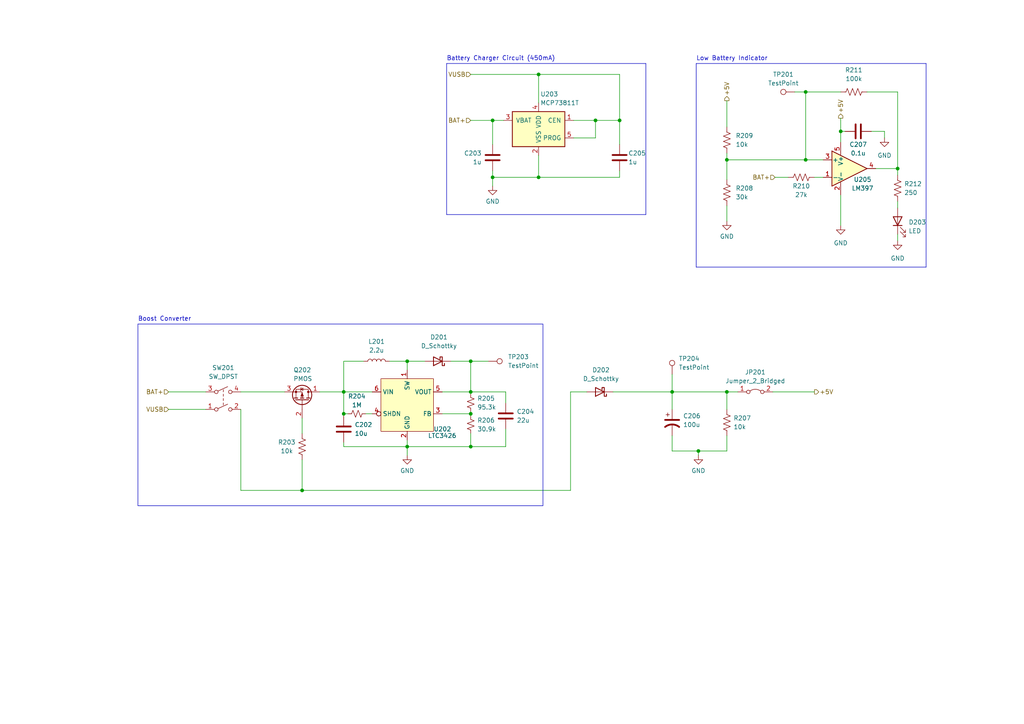
<source format=kicad_sch>
(kicad_sch (version 20230121) (generator eeschema)
  (paper "A4")
  (title_block (title "G.A.I.N.S. PSU") (date "2024-01-30") (rev "0.3") (company "Purdue University") (comment 1 "Team 19") (comment 2 "Owner: Cameron"))
  (lib_symbols
    (symbol "Battery_Management:MCP73811T-420I-OT" (pin_names (offset 1.016))
      (property "Reference" "U" (at -6.35 6.35 0))
      (property "Value" "MCP73811T-420I-OT" (at 1.27 6.35 0))
      (symbol "MCP73811T-420I-OT_0_1"
        (rectangle (start -7.62 5.08) (end 7.62 -5.08) (stroke (width 0.254)) (fill (type background)))
      )
      (symbol "MCP73811T-420I-OT_1_1"
        (pin input line (at -10.16 2.54 0) (length 2.54) (name "CEN") (number "1"))
        (pin power_in line (at 0 -7.62 90) (length 2.54) (name "VSS") (number "2"))
        (pin power_out line (at 10.16 2.54 180) (length 2.54) (name "VBAT") (number "3"))
        (pin power_in line (at 0 7.62 270) (length 2.54) (name "VDD") (number "4"))
        (pin input line (at -10.16 -2.54 0) (length 2.54) (name "PROG") (number "5"))
      )
    )
    (symbol "Comparator:LM397" (pin_names (offset 0.127))
      (property "Reference" "U" (at 1.27 5.08 0))
      (property "Value" "LM397" (at 3.81 -5.08 0))
      (symbol "LM397_0_1"
        (polyline (pts (xy -5.08 5.08) (xy 5.08 0) (xy -5.08 -5.08) (xy -5.08 5.08)) (stroke (width 0.254)) (fill (type background)))
      )
      (symbol "LM397_1_1"
        (pin input line (at -7.62 -2.54 0) (length 2.54) (name "-") (number "1"))
        (pin power_in line (at -2.54 -7.62 90) (length 3.81) (name "V-") (number "2"))
        (pin input line (at -7.62 2.54 0) (length 2.54) (name "+") (number "3"))
        (pin open_collector line (at 7.62 0 180) (length 2.54) (name "~") (number "4"))
        (pin power_in line (at -2.54 7.62 270) (length 3.81) (name "V+") (number "5"))
      )
    )
    (symbol "Connector:TestPoint" (pin_numbers hide) (pin_names (offset 0.762) hide)
      (property "Reference" "TP" (at 0 6.858 0))
      (property "Value" "TestPoint" (at 0 5.08 0))
      (symbol "TestPoint_0_1"
        (circle (center 0 3.302) (radius 0.762))
      )
      (symbol "TestPoint_1_1"
        (pin passive line (at 0 0 90) (length 2.54) (name "1") (number "1"))
      )
    )
    (symbol "Device:C" (pin_numbers hide) (pin_names (offset 0.254))
      (property "Reference" "C" (at 0.635 2.54 0))
      (property "Value" "C" (at 0.635 -2.54 0))
      (symbol "C_0_1"
        (polyline (pts (xy -2.032 -0.762) (xy 2.032 -0.762)) (stroke (width 0.508)))
        (polyline (pts (xy -2.032 0.762) (xy 2.032 0.762)) (stroke (width 0.508)))
      )
      (symbol "C_1_1"
        (pin passive line (at 0 3.81 270) (length 2.794) (name "~") (number "1"))
        (pin passive line (at 0 -3.81 90) (length 2.794) (name "~") (number "2"))
      )
    )
    (symbol "Device:C_Polarized_US" (pin_numbers hide) (pin_names (offset 0.254) hide)
      (property "Reference" "C" (at 0.635 2.54 0))
      (property "Value" "C_Polarized_US" (at 0.635 -2.54 0))
      (symbol "C_Polarized_US_0_1"
        (polyline (pts (xy -2.032 0.762) (xy 2.032 0.762)) (stroke (width 0.508)))
        (polyline (pts (xy -1.778 2.286) (xy -0.762 2.286)))
        (polyline (pts (xy -1.27 1.778) (xy -1.27 2.794)))
        (arc (start 2.032 -1.27) (mid 0 -0.5572) (end -2.032 -1.27) (stroke (width 0.508)))
      )
      (symbol "C_Polarized_US_1_1"
        (pin passive line (at 0 3.81 270) (length 2.794) (name "~") (number "1"))
        (pin passive line (at 0 -3.81 90) (length 3.302) (name "~") (number "2"))
      )
    )
    (symbol "Device:D_Schottky" (pin_numbers hide) (pin_names (offset 1.016) hide)
      (property "Reference" "D" (at 0 2.54 0))
      (property "Value" "D_Schottky" (at 0 -2.54 0))
      (symbol "D_Schottky_0_1"
        (polyline (pts (xy 1.27 0) (xy -1.27 0)))
        (polyline (pts (xy 1.27 1.27) (xy 1.27 -1.27) (xy -1.27 0) (xy 1.27 1.27)) (stroke (width 0.254)))
        (polyline (pts (xy -1.905 0.635) (xy -1.905 1.27) (xy -1.27 1.27) (xy -1.27 -1.27) (xy -0.635 -1.27) (xy -0.635 -0.635)) (stroke (width 0.254)))
      )
      (symbol "D_Schottky_1_1"
        (pin passive line (at -3.81 0 0) (length 2.54) (name "K") (number "1"))
        (pin passive line (at 3.81 0 180) (length 2.54) (name "A") (number "2"))
      )
    )
    (symbol "Device:L" (pin_numbers hide) (pin_names (offset 1.016) hide)
      (property "Reference" "L" (at -1.27 0 90))
      (property "Value" "L" (at 1.905 0 90))
      (symbol "L_0_1"
        (arc (start 0 -2.54) (mid 0.6323 -1.905) (end 0 -1.27))
        (arc (start 0 -1.27) (mid 0.6323 -0.635) (end 0 0))
        (arc (start 0 0) (mid 0.6323 0.635) (end 0 1.27))
        (arc (start 0 1.27) (mid 0.6323 1.905) (end 0 2.54))
      )
      (symbol "L_1_1"
        (pin passive line (at 0 3.81 270) (length 1.27) (name "1") (number "1"))
        (pin passive line (at 0 -3.81 90) (length 1.27) (name "2") (number "2"))
      )
    )
    (symbol "Device:LED" (pin_numbers hide) (pin_names (offset 1.016) hide)
      (property "Reference" "D" (at 0 2.54 0))
      (property "Value" "LED" (at 0 -2.54 0))
      (symbol "LED_0_1"
        (polyline (pts (xy -1.27 -1.27) (xy -1.27 1.27)) (stroke (width 0.254)))
        (polyline (pts (xy -1.27 0) (xy 1.27 0)))
        (polyline (pts (xy 1.27 -1.27) (xy 1.27 1.27) (xy -1.27 0) (xy 1.27 -1.27)) (stroke (width 0.254)))
        (polyline (pts (xy -3.048 -0.762) (xy -4.572 -2.286) (xy -3.81 -2.286) (xy -4.572 -2.286) (xy -4.572 -1.524)))
        (polyline (pts (xy -1.778 -0.762) (xy -3.302 -2.286) (xy -2.54 -2.286) (xy -3.302 -2.286) (xy -3.302 -1.524)))
      )
      (symbol "LED_1_1"
        (pin passive line (at -3.81 0 0) (length 2.54) (name "K") (number "1"))
        (pin passive line (at 3.81 0 180) (length 2.54) (name "A") (number "2"))
      )
    )
    (symbol "Device:Q_PMOS_DGS" (pin_names (offset 0) hide)
      (property "Reference" "Q" (at 5.08 1.27 0))
      (property "Value" "Q_PMOS_DGS" (at 5.08 -1.27 0))
      (symbol "Q_PMOS_DGS_0_1"
        (polyline (pts (xy 0.254 0) (xy -2.54 0)))
        (polyline (pts (xy 0.254 1.905) (xy 0.254 -1.905)) (stroke (width 0.254)))
        (polyline (pts (xy 0.762 -1.27) (xy 0.762 -2.286)) (stroke (width 0.254)))
        (polyline (pts (xy 0.762 0.508) (xy 0.762 -0.508)) (stroke (width 0.254)))
        (polyline (pts (xy 0.762 2.286) (xy 0.762 1.27)) (stroke (width 0.254)))
        (polyline (pts (xy 2.54 2.54) (xy 2.54 1.778)))
        (polyline (pts (xy 2.54 -2.54) (xy 2.54 0) (xy 0.762 0)))
        (polyline (pts (xy 0.762 1.778) (xy 3.302 1.778) (xy 3.302 -1.778) (xy 0.762 -1.778)))
        (polyline (pts (xy 2.286 0) (xy 1.27 0.381) (xy 1.27 -0.381) (xy 2.286 0)) (fill (type outline)))
        (polyline (pts (xy 2.794 -0.508) (xy 2.921 -0.381) (xy 3.683 -0.381) (xy 3.81 -0.254)))
        (polyline (pts (xy 3.302 -0.381) (xy 2.921 0.254) (xy 3.683 0.254) (xy 3.302 -0.381)))
        (circle (center 1.651 0) (radius 2.794) (stroke (width 0.254)))
        (circle (center 2.54 -1.778) (radius 0.254) (fill (type outline)))
        (circle (center 2.54 1.778) (radius 0.254) (fill (type outline)))
      )
      (symbol "Q_PMOS_DGS_1_1"
        (pin passive line (at 2.54 5.08 270) (length 2.54) (name "D") (number "1"))
        (pin input line (at -5.08 0 0) (length 2.54) (name "G") (number "2"))
        (pin passive line (at 2.54 -5.08 90) (length 2.54) (name "S") (number "3"))
      )
    )
    (symbol "Device:R_Small_US" (pin_numbers hide) (pin_names (offset 0.254) hide)
      (property "Reference" "R" (at 0.762 0.508 0))
      (property "Value" "R_Small_US" (at 0.762 -1.016 0))
      (symbol "R_Small_US_1_1"
        (polyline (pts (xy 0 0) (xy 1.016 -0.381) (xy 0 -0.762) (xy -1.016 -1.143) (xy 0 -1.524)))
        (polyline (pts (xy 0 1.524) (xy 1.016 1.143) (xy 0 0.762) (xy -1.016 0.381) (xy 0 0)))
        (pin passive line (at 0 2.54 270) (length 1.016) (name "~") (number "1"))
        (pin passive line (at 0 -2.54 90) (length 1.016) (name "~") (number "2"))
      )
    )
    (symbol "Device:R_US" (pin_numbers hide) (pin_names (offset 0))
      (property "Reference" "R" (at 2.54 0 90))
      (property "Value" "R_US" (at -2.54 0 90))
      (symbol "R_US_0_1"
        (polyline (pts (xy 0 -2.286) (xy 0 -2.54)))
        (polyline (pts (xy 0 2.286) (xy 0 2.54)))
        (polyline (pts (xy 0 -0.762) (xy 1.016 -1.143) (xy 0 -1.524) (xy -1.016 -1.905) (xy 0 -2.286)))
        (polyline (pts (xy 0 0.762) (xy 1.016 0.381) (xy 0 0) (xy -1.016 -0.381) (xy 0 -0.762)))
        (polyline (pts (xy 0 2.286) (xy 1.016 1.905) (xy 0 1.524) (xy -1.016 1.143) (xy 0 0.762)))
      )
      (symbol "R_US_1_1"
        (pin passive line (at 0 3.81 270) (length 1.27) (name "~") (number "1"))
        (pin passive line (at 0 -3.81 90) (length 1.27) (name "~") (number "2"))
      )
    )
    (symbol "GAINS_PCB_SYMBOLS:LTC3426"
      (property "Reference" "U202" (at 2.1941 9.525 0))
      (property "Value" "LTC3426" (at 0 0 0))
      (symbol "LTC3426_1_1"
        (rectangle (start -7.62 7.62) (end 7.62 -7.62) (fill (type background)))
        (pin input line (at 0 10.16 270) (length 2.54) (name "SW") (number "1"))
        (pin passive line (at 0 -10.16 90) (length 2.54) (name "GND") (number "2"))
        (pin input line (at 10.16 -2.54 180) (length 2.54) (name "FB") (number "3"))
        (pin input inverted (at -10.16 -2.54 0) (length 2.54) (name "SHDN") (number "4"))
        (pin input line (at 10.16 3.81 180) (length 2.54) (name "VOUT") (number "5"))
        (pin power_in line (at -10.16 3.81 0) (length 2.54) (name "VIN") (number "6"))
      )
    )
    (symbol "GND_1" (power) (pin_names (offset 0))
      (property "Value" "GND_1" (at 0 -3.81 0))
      (symbol "GND_1_0_1"
        (polyline (pts (xy 0 0) (xy 0 -1.27) (xy 1.27 -1.27) (xy 0 -2.54) (xy -1.27 -1.27) (xy 0 -1.27)))
      )
      (symbol "GND_1_1_1"
        (pin power_in line (at 0 0 270) (length 0) hide (name "GND") (number "1"))
      )
    )
    (symbol "GND_3" (power) (pin_names (offset 0))
      (property "Value" "GND_3" (at 0 -3.81 0))
      (symbol "GND_3_0_1"
        (polyline (pts (xy 0 0) (xy 0 -1.27) (xy 1.27 -1.27) (xy 0 -2.54) (xy -1.27 -1.27) (xy 0 -1.27)))
      )
      (symbol "GND_3_1_1"
        (pin power_in line (at 0 0 270) (length 0) hide (name "GND") (number "1"))
      )
    )
    (symbol "Jumper:Jumper_2_Bridged" (pin_names (offset 0) hide)
      (property "Reference" "JP" (at 0 1.905 0))
      (property "Value" "Jumper_2_Bridged" (at 0 -2.54 0))
      (symbol "Jumper_2_Bridged_0_0"
        (circle (center -2.032 0) (radius 0.508))
        (circle (center 2.032 0) (radius 0.508))
      )
      (symbol "Jumper_2_Bridged_0_1"
        (arc (start 1.524 0.254) (mid 0 0.762) (end -1.524 0.254))
      )
      (symbol "Jumper_2_Bridged_1_1"
        (pin passive line (at -5.08 0 0) (length 2.54) (name "A") (number "1"))
        (pin passive line (at 5.08 0 180) (length 2.54) (name "B") (number "2"))
      )
    )
    (symbol "Switch:SW_DPST" (pin_names (offset 0) hide)
      (property "Reference" "SW" (at 0 5.08 0))
      (property "Value" "SW_DPST" (at 0 -5.08 0))
      (symbol "SW_DPST_0_0"
        (circle (center -2.032 -2.54) (radius 0.508))
        (circle (center -2.032 2.54) (radius 0.508))
        (polyline (pts (xy -1.524 -2.286) (xy 1.27 -1.016)))
        (polyline (pts (xy -1.524 2.794) (xy 1.27 4.064)))
        (polyline (pts (xy 0 -1.27) (xy 0 -0.635)))
        (polyline (pts (xy 0 0) (xy 0 0.635)))
        (polyline (pts (xy 0 1.27) (xy 0 1.905)))
        (polyline (pts (xy 0 2.54) (xy 0 3.175)))
        (circle (center 2.032 -2.54) (radius 0.508))
        (circle (center 2.032 2.54) (radius 0.508))
      )
      (symbol "SW_DPST_1_1"
        (pin passive line (at -5.08 -2.54 0) (length 2.54) (name "1") (number "1"))
        (pin passive line (at 5.08 -2.54 180) (length 2.54) (name "2") (number "2"))
        (pin passive line (at -5.08 2.54 0) (length 2.54) (name "3") (number "3"))
        (pin passive line (at 5.08 2.54 180) (length 2.54) (name "4") (number "4"))
      )
    )
    (symbol "power:GND" (power) (pin_names (offset 0))
      (property "Value" "GND" (at 0 -3.81 0))
      (symbol "GND_0_1"
        (polyline (pts (xy 0 0) (xy 0 -1.27) (xy 1.27 -1.27) (xy 0 -2.54) (xy -1.27 -1.27) (xy 0 -1.27)))
      )
      (symbol "GND_1_1"
        (pin power_in line (at 0 0 270) (length 0) hide (name "GND") (number "1"))
      )
    )
  )
  (junction (at 233.68 46.355))
  (junction (at 142.875 34.925))
  (junction (at 99.695 113.665))
  (junction (at 136.525 129.54))
  (junction (at 233.68 26.67))
  (junction (at 210.82 46.355))
  (junction (at 156.21 21.59))
  (junction (at 194.945 113.665))
  (junction (at 87.63 142.24))
  (junction (at 156.21 51.435))
  (junction (at 136.525 113.665))
  (junction (at 260.35 48.895))
  (junction (at 179.705 34.925))
  (junction (at 202.565 130.81))
  (junction (at 172.72 34.925))
  (junction (at 243.84 38.1))
  (junction (at 136.525 120.015))
  (junction (at 99.695 120.015))
  (junction (at 136.525 104.775))
  (junction (at 210.82 113.665))
  (junction (at 142.875 51.435))
  (junction (at 118.11 104.775))
  (junction (at 118.11 129.54))
  (wire (pts (xy 165.481 113.665) (xy 170.18 113.665)))
  (wire (pts (xy 142.875 49.53) (xy 142.875 51.435)))
  (wire (pts (xy 87.63 133.35) (xy 87.63 142.24)))
  (wire (pts (xy 210.82 126.365) (xy 210.82 130.81)))
  (wire (pts (xy 202.565 130.81) (xy 202.565 132.08)))
  (wire (pts (xy 136.525 104.775) (xy 136.525 113.665)))
  (wire (pts (xy 202.565 130.81) (xy 194.945 130.81)))
  (wire (pts (xy 136.525 34.925) (xy 142.875 34.925)))
  (wire (pts (xy 243.84 38.1) (xy 243.84 41.275)))
  (wire (pts (xy 194.945 108.585) (xy 194.945 113.665)))
  (wire (pts (xy 146.685 113.665) (xy 146.685 116.84)))
  (wire (pts (xy 243.84 26.67) (xy 233.68 26.67)))
  (wire (pts (xy 136.525 125.73) (xy 136.525 129.54)))
  (polyline (pts (xy 187.325 62.23) (xy 129.54 62.23)))
  (wire (pts (xy 210.82 46.355) (xy 210.82 52.07)))
  (wire (pts (xy 172.72 34.925) (xy 179.705 34.925)))
  (polyline (pts (xy 187.325 18.415) (xy 187.325 62.23)))
  (wire (pts (xy 99.695 120.015) (xy 99.695 120.65)))
  (wire (pts (xy 260.35 58.42) (xy 260.35 60.325)))
  (wire (pts (xy 142.875 34.925) (xy 146.05 34.925)))
  (wire (pts (xy 243.84 34.29) (xy 243.84 38.1)))
  (wire (pts (xy 210.82 29.21) (xy 210.82 36.83)))
  (wire (pts (xy 224.79 51.435) (xy 228.6 51.435)))
  (wire (pts (xy 105.41 104.775) (xy 99.695 104.775)))
  (wire (pts (xy 99.695 113.665) (xy 99.695 120.015)))
  (wire (pts (xy 210.82 113.665) (xy 213.995 113.665)))
  (wire (pts (xy 99.695 120.015) (xy 100.965 120.015)))
  (wire (pts (xy 87.63 121.285) (xy 87.63 125.73)))
  (polyline (pts (xy 129.54 18.415) (xy 129.54 62.23)))
  (wire (pts (xy 136.525 119.38) (xy 136.525 120.015)))
  (wire (pts (xy 99.695 128.27) (xy 99.695 129.54)))
  (wire (pts (xy 69.85 142.24) (xy 87.63 142.24)))
  (wire (pts (xy 210.82 59.69) (xy 210.82 64.135)))
  (wire (pts (xy 194.945 126.365) (xy 194.945 130.81)))
  (wire (pts (xy 69.85 113.665) (xy 82.55 113.665)))
  (polyline (pts (xy 268.605 77.47) (xy 201.93 77.47)))
  (wire (pts (xy 172.72 34.925) (xy 172.72 40.005)))
  (wire (pts (xy 210.82 113.665) (xy 210.82 118.745)))
  (wire (pts (xy 136.525 129.54) (xy 118.11 129.54)))
  (wire (pts (xy 165.481 142.24) (xy 165.481 113.665)))
  (wire (pts (xy 156.21 45.085) (xy 156.21 51.435)))
  (wire (pts (xy 194.945 113.665) (xy 210.82 113.665)))
  (wire (pts (xy 69.85 118.745) (xy 69.85 142.24)))
  (wire (pts (xy 210.82 130.81) (xy 202.565 130.81)))
  (wire (pts (xy 146.685 124.46) (xy 146.685 129.54)))
  (wire (pts (xy 236.22 51.435) (xy 238.76 51.435)))
  (wire (pts (xy 118.11 104.775) (xy 118.11 107.315)))
  (wire (pts (xy 156.21 51.435) (xy 142.875 51.435)))
  (wire (pts (xy 252.73 38.1) (xy 256.54 38.1)))
  (wire (pts (xy 48.895 118.745) (xy 59.69 118.745)))
  (wire (pts (xy 233.68 46.355) (xy 238.76 46.355)))
  (wire (pts (xy 142.875 34.925) (xy 142.875 41.91)))
  (wire (pts (xy 136.525 120.015) (xy 128.27 120.015)))
  (wire (pts (xy 251.46 26.67) (xy 260.35 26.67)))
  (wire (pts (xy 179.705 49.53) (xy 179.705 51.435)))
  (wire (pts (xy 136.525 120.015) (xy 136.525 120.65)))
  (wire (pts (xy 118.11 127.635) (xy 118.11 129.54)))
  (wire (pts (xy 136.525 21.59) (xy 156.21 21.59)))
  (wire (pts (xy 194.945 113.665) (xy 194.945 118.745)))
  (wire (pts (xy 166.37 34.925) (xy 172.72 34.925)))
  (wire (pts (xy 99.695 129.54) (xy 118.11 129.54)))
  (wire (pts (xy 243.84 38.1) (xy 245.11 38.1)))
  (wire (pts (xy 142.875 51.435) (xy 142.875 53.975)))
  (polyline (pts (xy 201.93 18.415) (xy 268.605 18.415)))
  (wire (pts (xy 118.11 129.54) (xy 118.11 132.08)))
  (wire (pts (xy 156.21 21.59) (xy 179.705 21.59)))
  (wire (pts (xy 136.525 104.775) (xy 141.605 104.775)))
  (wire (pts (xy 233.68 26.67) (xy 233.68 46.355)))
  (wire (pts (xy 230.505 26.67) (xy 233.68 26.67)))
  (wire (pts (xy 177.8 113.665) (xy 194.945 113.665)))
  (wire (pts (xy 260.35 67.945) (xy 260.35 69.85)))
  (wire (pts (xy 92.71 113.665) (xy 99.695 113.665)))
  (wire (pts (xy 179.705 21.59) (xy 179.705 34.925)))
  (wire (pts (xy 156.21 51.435) (xy 179.705 51.435)))
  (wire (pts (xy 166.37 40.005) (xy 172.72 40.005)))
  (wire (pts (xy 243.84 56.515) (xy 243.84 65.405)))
  (wire (pts (xy 146.685 113.665) (xy 136.525 113.665)))
  (wire (pts (xy 256.54 38.1) (xy 256.54 40.005)))
  (wire (pts (xy 99.695 104.775) (xy 99.695 113.665)))
  (wire (pts (xy 128.27 113.665) (xy 136.525 113.665)))
  (wire (pts (xy 179.705 34.925) (xy 179.705 41.91)))
  (wire (pts (xy 156.21 21.59) (xy 156.21 29.845)))
  (wire (pts (xy 87.63 142.24) (xy 165.481 142.24)))
  (wire (pts (xy 210.82 44.45) (xy 210.82 46.355)))
  (wire (pts (xy 48.895 113.665) (xy 59.69 113.665)))
  (wire (pts (xy 130.81 104.775) (xy 136.525 104.775)))
  (polyline (pts (xy 201.93 77.47) (xy 201.93 18.415)))
  (wire (pts (xy 146.685 129.54) (xy 136.525 129.54)))
  (wire (pts (xy 254 48.895) (xy 260.35 48.895)))
  (wire (pts (xy 224.155 113.665) (xy 236.22 113.665)))
  (wire (pts (xy 210.82 46.355) (xy 233.68 46.355)))
  (wire (pts (xy 99.695 113.665) (xy 107.95 113.665)))
  (wire (pts (xy 260.35 26.67) (xy 260.35 48.895)))
  (wire (pts (xy 136.525 113.665) (xy 136.525 114.3)))
  (polyline (pts (xy 268.605 18.415) (xy 268.605 77.47)))
  (wire (pts (xy 260.35 48.895) (xy 260.35 50.8)))
  (wire (pts (xy 118.11 104.775) (xy 123.19 104.775)))
  (wire (pts (xy 113.03 104.775) (xy 118.11 104.775)))
  (polyline (pts (xy 129.54 18.415) (xy 187.325 18.415)))
  (wire (pts (xy 106.045 120.015) (xy 107.95 120.015)))
  (rectangle (start 40.005 93.98) (end 157.48 146.685))
  (text "Boost Converter" (at 40.005 93.345 0) (effects (font (size 1.27 1.27)) (justify left bottom)))
  (text "Low Battery Indicator" (at 201.93 17.78 0) (effects (font (size 1.27 1.27)) (justify left bottom)))
  (text "Battery Charger Circuit (450mA)" (at 129.54 17.78 0) (effects (font (size 1.27 1.27)) (justify left bottom)))
  (hierarchical_label "BAT+" (shape input) (at 224.79 51.435 180))
  (hierarchical_label "VUSB" (shape input) (at 136.525 21.59 180))
  (hierarchical_label "+5V" (shape output) (at 236.22 113.665 0))
  (hierarchical_label "+5V" (shape output) (at 243.84 34.29 90))
  (hierarchical_label "BAT+" (shape input) (at 48.895 113.665 180))
  (hierarchical_label "BAT+" (shape input) (at 136.525 34.925 180))
  (hierarchical_label "+5V" (shape output) (at 210.82 29.21 90))
  (hierarchical_label "VUSB" (shape input) (at 48.895 118.745 180))
  (symbol (lib_id "Switch:SW_DPST") (at 64.77 116.205 0) (unit 1)
    (property "Reference" "SW201" (at 64.77 106.68 0))
    (property "Value" "SW_DPST" (at 64.77 109.22 0))
  )
  (symbol (lib_id "Connector:TestPoint") (at 194.945 108.585 0) (unit 1)
    (property "Reference" "TP204" (at 196.85 104.013 0) (effects (justify left)))
    (property "Value" "TestPoint" (at 196.85 106.553 0) (effects (justify left)))
  )
  (symbol (lib_id "Device:R_US") (at 210.82 40.64 180) (unit 1)
    (property "Reference" "R209" (at 213.36 39.37 0) (effects (justify right)))
    (property "Value" "10k" (at 213.36 41.91 0) (effects (justify right)))
  )
  (symbol (lib_id "Device:C") (at 248.92 38.1 90) (unit 1)
    (property "Reference" "C207" (at 248.92 41.91 90))
    (property "Value" "0.1u" (at 248.92 44.45 90))
  )
  (symbol (lib_id "Device:Q_PMOS_DGS") (at 87.63 116.205 270) (mirror x) (unit 1)
    (property "Reference" "Q202" (at 85.09 107.315 90) (effects (justify left)))
    (property "Value" "PMOS" (at 85.09 109.855 90) (effects (justify left)))
  )
  (symbol (lib_id "Device:R_Small_US") (at 136.525 116.84 0) (unit 1)
    (property "Reference" "R205" (at 138.43 115.57 0) (effects (justify left)))
    (property "Value" "95.3k" (at 138.43 118.11 0) (effects (justify left)))
  )
  (symbol (lib_id "Device:R_Small_US") (at 136.525 123.19 0) (unit 1)
    (property "Reference" "R206" (at 138.43 121.92 0) (effects (justify left)))
    (property "Value" "30.9k" (at 138.43 124.46 0) (effects (justify left)))
  )
  (symbol (lib_id "GAINS_PCB_SYMBOLS:LTC3426") (at 118.11 117.475 0) (unit 1)
    (property "Reference" "U202" (at 125.73 124.46 0) (effects (justify left)))
    (property "Value" "LTC3426" (at 128.27 126.365 0))
    (property "Footprint" "Package_TO_SOT_SMD:TSOT-23-5" (effects hide))
    (property "Datasheet" "https://www.analog.com/media/en/technical-documentation/data-sheets/3426fb.pdf" (effects hide))
  )
  (symbol (lib_id "Device:R_US") (at 87.63 129.54 180) (unit 1)
    (property "Reference" "R203" (at 83.185 128.27 0))
    (property "Value" "10k" (at 83.185 130.81 0))
  )
  (symbol (lib_name "GND_3") (lib_id "power:GND") (at 210.82 64.135 0) (unit 1)
    (property "Reference" "#PWR0210" (effects hide))
    (property "Value" "GND" (at 210.82 68.58 0))
  )
  (symbol (lib_id "Connector:TestPoint") (at 230.505 26.67 90) (unit 1)
    (property "Reference" "TP201" (at 227.203 21.59 90))
    (property "Value" "TestPoint" (at 227.203 24.13 90))
  )
  (symbol (lib_id "power:GND") (at 243.84 65.405 0) (unit 1)
    (property "Reference" "#PWR0207" (effects hide))
    (property "Value" "GND" (at 243.84 70.485 0))
  )
  (symbol (lib_id "Device:C_Polarized_US") (at 194.945 122.555 0) (unit 1)
    (property "Reference" "C206" (at 198.12 120.6499 0) (effects (justify left)))
    (property "Value" "100u" (at 198.12 123.1899 0) (effects (justify left)))
  )
  (symbol (lib_id "power:GND") (at 202.565 132.08 0) (unit 1)
    (property "Reference" "#PWR0206" (effects hide))
    (property "Value" "GND" (at 202.565 136.525 0))
  )
  (symbol (lib_id "Device:C") (at 142.875 45.72 0) (mirror y) (unit 1)
    (property "Reference" "C203" (at 139.7 44.4499 0) (effects (justify left)))
    (property "Value" "1u" (at 139.7 46.9899 0) (effects (justify left)))
  )
  (symbol (lib_id "Connector:TestPoint") (at 141.605 104.775 270) (unit 1)
    (property "Reference" "TP203" (at 147.32 103.505 90) (effects (justify left)))
    (property "Value" "TestPoint" (at 147.32 106.045 90) (effects (justify left)))
  )
  (symbol (lib_id "power:GND") (at 142.875 53.975 0) (mirror y) (unit 1)
    (property "Reference" "#PWR0204" (effects hide))
    (property "Value" "GND" (at 142.875 58.42 0))
  )
  (symbol (lib_id "Device:R_US") (at 247.65 26.67 90) (unit 1)
    (property "Reference" "R211" (at 247.65 20.32 90))
    (property "Value" "100k" (at 247.65 22.86 90))
  )
  (symbol (lib_id "power:GND") (at 256.54 40.005 0) (unit 1)
    (property "Reference" "#PWR0208" (effects hide))
    (property "Value" "GND" (at 256.54 45.085 0))
  )
  (symbol (lib_id "Device:D_Schottky") (at 127 104.775 180) (unit 1)
    (property "Reference" "D201" (at 127.3175 97.79 0))
    (property "Value" "D_Schottky" (at 127.3175 100.33 0))
  )
  (symbol (lib_name "GND_1") (lib_id "power:GND") (at 118.11 132.08 0) (unit 1)
    (property "Reference" "#PWR0203" (effects hide))
    (property "Value" "GND" (at 118.11 136.525 0))
  )
  (symbol (lib_id "Comparator:LM397") (at 246.38 48.895 0) (unit 1)
    (property "Reference" "U205" (at 250.19 52.07 0))
    (property "Value" "LM397" (at 250.19 54.61 0))
    (property "Footprint" "Package_TO_SOT_SMD:SOT-23-5" (effects hide))
    (property "Datasheet" "http://www.ti.com/lit/ds/symlink/lm397.pdf" (effects hide))
  )
  (symbol (lib_id "Device:R_US") (at 210.82 55.88 180) (unit 1)
    (property "Reference" "R208" (at 213.36 54.61 0) (effects (justify right)))
    (property "Value" "30k" (at 213.36 57.15 0) (effects (justify right)))
  )
  (symbol (lib_id "Device:LED") (at 260.35 64.135 90) (unit 1)
    (property "Reference" "D203" (at 263.525 64.4524 90) (effects (justify right)))
    (property "Value" "LED" (at 263.525 66.9924 90) (effects (justify right)))
  )
  (symbol (lib_id "Jumper:Jumper_2_Bridged") (at 219.075 113.665 0) (unit 1)
    (property "Reference" "JP201" (at 219.075 107.95 0))
    (property "Value" "Jumper_2_Bridged" (at 219.075 110.49 0))
  )
  (symbol (lib_id "Device:R_US") (at 210.82 122.555 0) (unit 1)
    (property "Reference" "R207" (at 212.725 121.2849 0) (effects (justify left)))
    (property "Value" "10k" (at 212.725 123.8249 0) (effects (justify left)))
  )
  (symbol (lib_id "Device:R_Small_US") (at 103.505 120.015 90) (unit 1)
    (property "Reference" "R204" (at 103.505 114.935 90))
    (property "Value" "1M" (at 103.505 117.475 90))
  )
  (symbol (lib_id "power:GND") (at 260.35 69.85 0) (unit 1)
    (property "Reference" "#PWR0209" (effects hide))
    (property "Value" "GND" (at 260.35 74.93 0))
  )
  (symbol (lib_id "Device:R_US") (at 232.41 51.435 90) (unit 1)
    (property "Reference" "R210" (at 232.41 53.975 90))
    (property "Value" "27k" (at 232.41 56.515 90))
  )
  (symbol (lib_id "Battery_Management:MCP73811T-420I-OT") (at 156.21 37.465 0) (mirror y) (unit 1)
    (property "Reference" "U203" (at 156.7306 27.305 0) (effects (justify right)))
    (property "Value" "MCP73811T" (at 156.7306 29.845 0) (effects (justify right)))
    (property "Footprint" "Package_TO_SOT_SMD:SOT-23-5" (effects hide))
    (property "Datasheet" "http://ww1.microchip.com/downloads/en/DeviceDoc/22036b.pdf" (effects hide))
  )
  (symbol (lib_id "Device:C") (at 179.705 45.72 0) (mirror y) (unit 1)
    (property "Reference" "C205" (at 182.245 44.45 0) (effects (justify right)))
    (property "Value" "1u" (at 182.245 46.99 0) (effects (justify right)))
  )
  (symbol (lib_id "Device:C") (at 99.695 124.46 0) (unit 1)
    (property "Reference" "C202" (at 102.87 123.19 0) (effects (justify left)))
    (property "Value" "10u" (at 102.87 125.73 0) (effects (justify left)))
  )
  (symbol (lib_id "Device:L") (at 109.22 104.775 90) (unit 1)
    (property "Reference" "L201" (at 109.22 99.06 90))
    (property "Value" "2.2u" (at 109.22 101.6 90))
  )
  (symbol (lib_id "Device:C") (at 146.685 120.65 0) (unit 1)
    (property "Reference" "C204" (at 149.86 119.38 0) (effects (justify left)))
    (property "Value" "22u" (at 149.86 121.92 0) (effects (justify left)))
  )
  (symbol (lib_id "Device:R_US") (at 260.35 54.61 0) (unit 1)
    (property "Reference" "R212" (at 262.255 53.3399 0) (effects (justify left)))
    (property "Value" "250" (at 262.255 55.8799 0) (effects (justify left)))
  )
  (symbol (lib_id "Device:D_Schottky") (at 173.99 113.665 180) (unit 1)
    (property "Reference" "D202" (at 174.3075 107.315 0))
    (property "Value" "D_Schottky" (at 174.3075 109.855 0))
  )
)
</source>
